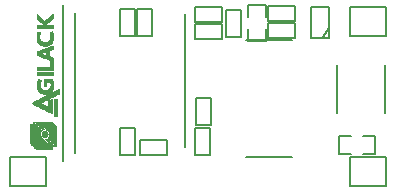
<source format=gto>
G04 (created by PCBNEW (2013-mar-13)-stable) date Tue 09 Jun 2015 10:24:56 AM CEST*
%MOIN*%
G04 Gerber Fmt 3.4, Leading zero omitted, Abs format*
%FSLAX34Y34*%
G01*
G70*
G90*
G04 APERTURE LIST*
%ADD10C,0.005906*%
%ADD11C,0.005000*%
%ADD12C,0.001100*%
G04 APERTURE END LIST*
G54D10*
X61771Y-45238D02*
X60570Y-45238D01*
X60570Y-45238D02*
X60570Y-44289D01*
X60570Y-44289D02*
X61771Y-44289D01*
X61771Y-44289D02*
X61771Y-45238D01*
X49251Y-44289D02*
X50452Y-44289D01*
X50452Y-44289D02*
X50452Y-45238D01*
X50452Y-45238D02*
X49251Y-45238D01*
X49251Y-45238D02*
X49251Y-44289D01*
X55072Y-43946D02*
X55072Y-39517D01*
X51020Y-39231D02*
X51020Y-44408D01*
X51420Y-39487D02*
X51420Y-44152D01*
G54D11*
X55424Y-43204D02*
X55424Y-42304D01*
X55424Y-42304D02*
X55924Y-42304D01*
X55924Y-42304D02*
X55924Y-43204D01*
X55924Y-43204D02*
X55424Y-43204D01*
X55422Y-44216D02*
X55422Y-43316D01*
X55422Y-43316D02*
X55922Y-43316D01*
X55922Y-43316D02*
X55922Y-44216D01*
X55922Y-44216D02*
X55422Y-44216D01*
X57782Y-40034D02*
X57782Y-40434D01*
X57782Y-40434D02*
X57182Y-40434D01*
X57182Y-40434D02*
X57182Y-40034D01*
X57182Y-39634D02*
X57182Y-39234D01*
X57182Y-39234D02*
X57782Y-39234D01*
X57782Y-39234D02*
X57782Y-39634D01*
X60996Y-43584D02*
X61396Y-43584D01*
X61396Y-43584D02*
X61396Y-44184D01*
X61396Y-44184D02*
X60996Y-44184D01*
X60596Y-44184D02*
X60196Y-44184D01*
X60196Y-44184D02*
X60196Y-43584D01*
X60196Y-43584D02*
X60596Y-43584D01*
X58754Y-40330D02*
X57854Y-40330D01*
X57854Y-40330D02*
X57854Y-39830D01*
X57854Y-39830D02*
X58754Y-39830D01*
X58754Y-39830D02*
X58754Y-40330D01*
X58754Y-39760D02*
X57854Y-39760D01*
X57854Y-39760D02*
X57854Y-39260D01*
X57854Y-39260D02*
X58754Y-39260D01*
X58754Y-39260D02*
X58754Y-39760D01*
G54D10*
X58645Y-44278D02*
X57110Y-44278D01*
X58645Y-40381D02*
X57110Y-40381D01*
G54D11*
X59866Y-39998D02*
X59666Y-40298D01*
X59866Y-39298D02*
X59866Y-40323D01*
X59866Y-40323D02*
X59266Y-40323D01*
X59266Y-40323D02*
X59266Y-39298D01*
X59266Y-39298D02*
X59866Y-39298D01*
G54D10*
X61729Y-42803D02*
X61729Y-41228D01*
X60154Y-42803D02*
X60154Y-41228D01*
G54D11*
X55410Y-39290D02*
X56310Y-39290D01*
X56310Y-39290D02*
X56310Y-39790D01*
X56310Y-39790D02*
X55410Y-39790D01*
X55410Y-39790D02*
X55410Y-39290D01*
X55410Y-39864D02*
X56310Y-39864D01*
X56310Y-39864D02*
X56310Y-40364D01*
X56310Y-40364D02*
X55410Y-40364D01*
X55410Y-40364D02*
X55410Y-39864D01*
X56436Y-40284D02*
X56436Y-39384D01*
X56436Y-39384D02*
X56936Y-39384D01*
X56936Y-39384D02*
X56936Y-40284D01*
X56936Y-40284D02*
X56436Y-40284D01*
G54D10*
X60571Y-39289D02*
X61772Y-39289D01*
X61772Y-39289D02*
X61772Y-40238D01*
X61772Y-40238D02*
X60571Y-40238D01*
X60571Y-40238D02*
X60571Y-39289D01*
G54D11*
X52906Y-40254D02*
X52906Y-39354D01*
X52906Y-39354D02*
X53406Y-39354D01*
X53406Y-39354D02*
X53406Y-40254D01*
X53406Y-40254D02*
X52906Y-40254D01*
X53576Y-43722D02*
X54476Y-43722D01*
X54476Y-43722D02*
X54476Y-44222D01*
X54476Y-44222D02*
X53576Y-44222D01*
X53576Y-44222D02*
X53576Y-43722D01*
X53406Y-43322D02*
X53406Y-44222D01*
X53406Y-44222D02*
X52906Y-44222D01*
X52906Y-44222D02*
X52906Y-43322D01*
X52906Y-43322D02*
X53406Y-43322D01*
X53476Y-40254D02*
X53476Y-39354D01*
X53476Y-39354D02*
X53976Y-39354D01*
X53976Y-39354D02*
X53976Y-40254D01*
X53976Y-40254D02*
X53476Y-40254D01*
G54D12*
X49906Y-43822D02*
X49906Y-43172D01*
X49916Y-43832D02*
X49916Y-43172D01*
X49926Y-43842D02*
X49926Y-43172D01*
X49936Y-43852D02*
X49936Y-43172D01*
X49946Y-43862D02*
X49946Y-43172D01*
X49956Y-43872D02*
X49956Y-43172D01*
X49966Y-43882D02*
X49966Y-43172D01*
X49966Y-42492D02*
X49966Y-42482D01*
X49976Y-43892D02*
X49976Y-43772D01*
X49976Y-42502D02*
X49976Y-42472D01*
X49986Y-43902D02*
X49986Y-43782D01*
X49986Y-42502D02*
X49986Y-42472D01*
X49996Y-43912D02*
X49996Y-43792D01*
X49996Y-42512D02*
X49996Y-42462D01*
X50006Y-43922D02*
X50006Y-43802D01*
X50006Y-43772D02*
X50006Y-43112D01*
X50006Y-42512D02*
X50006Y-42462D01*
X50016Y-43932D02*
X50016Y-43812D01*
X50016Y-43782D02*
X50016Y-43112D01*
X50016Y-42522D02*
X50016Y-42452D01*
X50026Y-43942D02*
X50026Y-43822D01*
X50026Y-43792D02*
X50026Y-43132D01*
X50026Y-43122D02*
X50026Y-43112D01*
X50026Y-42522D02*
X50026Y-42452D01*
X50036Y-43952D02*
X50036Y-43832D01*
X50036Y-43802D02*
X50036Y-43142D01*
X50036Y-43122D02*
X50036Y-43112D01*
X50036Y-42532D02*
X50036Y-42442D01*
X50046Y-43962D02*
X50046Y-43842D01*
X50046Y-43812D02*
X50046Y-43152D01*
X50046Y-43122D02*
X50046Y-43112D01*
X50046Y-42532D02*
X50046Y-42442D01*
X50056Y-43972D02*
X50056Y-43852D01*
X50056Y-43822D02*
X50056Y-43162D01*
X50056Y-43122D02*
X50056Y-43112D01*
X50056Y-42542D02*
X50056Y-42432D01*
X50066Y-43982D02*
X50066Y-43862D01*
X50066Y-43832D02*
X50066Y-43172D01*
X50066Y-43122D02*
X50066Y-43112D01*
X50066Y-42542D02*
X50066Y-42432D01*
X50076Y-43992D02*
X50076Y-43872D01*
X50076Y-43842D02*
X50076Y-43182D01*
X50076Y-43122D02*
X50076Y-43112D01*
X50076Y-42552D02*
X50076Y-42422D01*
X50086Y-44002D02*
X50086Y-43882D01*
X50086Y-43852D02*
X50086Y-43192D01*
X50086Y-43122D02*
X50086Y-43112D01*
X50086Y-42552D02*
X50086Y-42422D01*
X50096Y-44012D02*
X50096Y-43892D01*
X50096Y-43862D02*
X50096Y-43202D01*
X50096Y-43142D02*
X50096Y-43112D01*
X50096Y-42562D02*
X50096Y-42412D01*
X50106Y-44022D02*
X50106Y-43902D01*
X50106Y-43872D02*
X50106Y-43212D01*
X50106Y-43142D02*
X50106Y-43112D01*
X50106Y-42562D02*
X50106Y-42412D01*
X50116Y-44022D02*
X50116Y-43902D01*
X50116Y-43882D02*
X50116Y-43222D01*
X50116Y-43162D02*
X50116Y-43112D01*
X50116Y-42572D02*
X50116Y-42402D01*
X50126Y-44022D02*
X50126Y-43912D01*
X50126Y-43892D02*
X50126Y-43232D01*
X50126Y-43172D02*
X50126Y-43112D01*
X50126Y-42572D02*
X50126Y-42402D01*
X50126Y-41552D02*
X50126Y-41452D01*
X50126Y-41382D02*
X50126Y-41282D01*
X50126Y-40882D02*
X50126Y-40772D01*
X50126Y-40372D02*
X50126Y-40192D01*
X50126Y-39972D02*
X50126Y-39872D01*
X50126Y-39662D02*
X50126Y-39522D01*
X50136Y-44022D02*
X50136Y-43932D01*
X50136Y-43902D02*
X50136Y-43242D01*
X50136Y-43182D02*
X50136Y-43112D01*
X50136Y-42582D02*
X50136Y-42392D01*
X50136Y-41972D02*
X50136Y-41802D01*
X50136Y-41552D02*
X50136Y-41452D01*
X50136Y-41382D02*
X50136Y-41282D01*
X50136Y-40892D02*
X50136Y-40772D01*
X50136Y-40402D02*
X50136Y-40152D01*
X50136Y-39972D02*
X50136Y-39872D01*
X50136Y-39672D02*
X50136Y-39532D01*
X50146Y-44022D02*
X50146Y-43932D01*
X50146Y-43912D02*
X50146Y-43252D01*
X50146Y-43192D02*
X50146Y-43112D01*
X50146Y-42582D02*
X50146Y-42392D01*
X50146Y-42012D02*
X50146Y-41772D01*
X50146Y-41552D02*
X50146Y-41452D01*
X50146Y-41382D02*
X50146Y-41282D01*
X50146Y-40892D02*
X50146Y-40762D01*
X50146Y-40422D02*
X50146Y-40132D01*
X50146Y-39972D02*
X50146Y-39872D01*
X50146Y-39682D02*
X50146Y-39542D01*
X50156Y-44022D02*
X50156Y-43942D01*
X50156Y-43922D02*
X50156Y-43262D01*
X50156Y-43202D02*
X50156Y-43112D01*
X50156Y-42592D02*
X50156Y-42382D01*
X50156Y-42032D02*
X50156Y-41742D01*
X50156Y-41552D02*
X50156Y-41452D01*
X50156Y-41382D02*
X50156Y-41282D01*
X50156Y-40892D02*
X50156Y-40762D01*
X50156Y-40442D02*
X50156Y-40112D01*
X50156Y-39972D02*
X50156Y-39872D01*
X50156Y-39692D02*
X50156Y-39552D01*
X50166Y-44022D02*
X50166Y-43952D01*
X50166Y-43922D02*
X50166Y-43272D01*
X50166Y-43212D02*
X50166Y-43132D01*
X50166Y-43122D02*
X50166Y-43112D01*
X50166Y-42592D02*
X50166Y-42382D01*
X50166Y-42052D02*
X50166Y-41722D01*
X50166Y-41552D02*
X50166Y-41452D01*
X50166Y-41382D02*
X50166Y-41282D01*
X50166Y-40902D02*
X50166Y-40762D01*
X50166Y-40462D02*
X50166Y-40112D01*
X50166Y-39972D02*
X50166Y-39872D01*
X50166Y-39702D02*
X50166Y-39562D01*
X50176Y-44022D02*
X50176Y-43952D01*
X50176Y-43922D02*
X50176Y-43282D01*
X50176Y-43222D02*
X50176Y-43142D01*
X50176Y-43122D02*
X50176Y-43112D01*
X50176Y-42602D02*
X50176Y-42372D01*
X50176Y-42062D02*
X50176Y-41702D01*
X50176Y-41552D02*
X50176Y-41452D01*
X50176Y-41382D02*
X50176Y-41282D01*
X50176Y-40902D02*
X50176Y-40752D01*
X50176Y-40472D02*
X50176Y-40112D01*
X50176Y-39972D02*
X50176Y-39872D01*
X50176Y-39712D02*
X50176Y-39572D01*
X50186Y-44022D02*
X50186Y-43952D01*
X50186Y-43922D02*
X50186Y-43292D01*
X50186Y-43232D02*
X50186Y-43152D01*
X50186Y-43122D02*
X50186Y-43112D01*
X50186Y-42602D02*
X50186Y-42372D01*
X50186Y-42082D02*
X50186Y-41692D01*
X50186Y-41552D02*
X50186Y-41452D01*
X50186Y-41382D02*
X50186Y-41282D01*
X50186Y-40902D02*
X50186Y-40752D01*
X50186Y-40492D02*
X50186Y-40122D01*
X50186Y-39972D02*
X50186Y-39872D01*
X50186Y-39722D02*
X50186Y-39582D01*
X50196Y-44022D02*
X50196Y-43952D01*
X50196Y-43922D02*
X50196Y-43302D01*
X50196Y-43242D02*
X50196Y-43162D01*
X50196Y-43122D02*
X50196Y-43112D01*
X50196Y-42612D02*
X50196Y-42362D01*
X50196Y-42092D02*
X50196Y-41692D01*
X50196Y-41552D02*
X50196Y-41452D01*
X50196Y-41382D02*
X50196Y-41282D01*
X50196Y-40912D02*
X50196Y-40742D01*
X50196Y-40502D02*
X50196Y-40122D01*
X50196Y-39972D02*
X50196Y-39872D01*
X50196Y-39722D02*
X50196Y-39592D01*
X50206Y-44022D02*
X50206Y-43952D01*
X50206Y-43922D02*
X50206Y-43312D01*
X50206Y-43252D02*
X50206Y-43172D01*
X50206Y-43122D02*
X50206Y-43112D01*
X50206Y-42612D02*
X50206Y-42362D01*
X50206Y-42102D02*
X50206Y-41692D01*
X50206Y-41552D02*
X50206Y-41452D01*
X50206Y-41382D02*
X50206Y-41282D01*
X50206Y-40912D02*
X50206Y-40742D01*
X50206Y-40512D02*
X50206Y-40132D01*
X50206Y-39972D02*
X50206Y-39872D01*
X50206Y-39732D02*
X50206Y-39602D01*
X50216Y-44022D02*
X50216Y-43952D01*
X50216Y-43922D02*
X50216Y-43322D01*
X50216Y-43262D02*
X50216Y-43182D01*
X50216Y-43132D02*
X50216Y-43112D01*
X50216Y-42622D02*
X50216Y-42352D01*
X50216Y-42112D02*
X50216Y-41702D01*
X50216Y-41552D02*
X50216Y-41452D01*
X50216Y-41382D02*
X50216Y-41282D01*
X50216Y-40912D02*
X50216Y-40742D01*
X50216Y-40512D02*
X50216Y-40132D01*
X50216Y-39972D02*
X50216Y-39872D01*
X50216Y-39742D02*
X50216Y-39612D01*
X50226Y-44022D02*
X50226Y-43952D01*
X50226Y-43922D02*
X50226Y-43332D01*
X50226Y-43272D02*
X50226Y-43192D01*
X50226Y-43142D02*
X50226Y-43112D01*
X50226Y-42622D02*
X50226Y-42352D01*
X50226Y-42122D02*
X50226Y-41712D01*
X50226Y-41552D02*
X50226Y-41452D01*
X50226Y-41382D02*
X50226Y-41282D01*
X50226Y-40922D02*
X50226Y-40732D01*
X50226Y-40522D02*
X50226Y-40342D01*
X50226Y-40202D02*
X50226Y-40132D01*
X50226Y-39972D02*
X50226Y-39872D01*
X50226Y-39752D02*
X50226Y-39622D01*
X50236Y-44022D02*
X50236Y-43952D01*
X50236Y-43922D02*
X50236Y-43342D01*
X50236Y-43282D02*
X50236Y-43202D01*
X50236Y-43152D02*
X50236Y-43112D01*
X50236Y-42632D02*
X50236Y-42492D01*
X50236Y-42482D02*
X50236Y-42342D01*
X50236Y-42122D02*
X50236Y-41942D01*
X50236Y-41822D02*
X50236Y-41712D01*
X50236Y-41552D02*
X50236Y-41452D01*
X50236Y-41382D02*
X50236Y-41282D01*
X50236Y-40922D02*
X50236Y-40732D01*
X50236Y-40532D02*
X50236Y-40362D01*
X50236Y-40172D02*
X50236Y-40142D01*
X50236Y-39972D02*
X50236Y-39872D01*
X50236Y-39762D02*
X50236Y-39632D01*
X50246Y-44022D02*
X50246Y-43952D01*
X50246Y-43922D02*
X50246Y-43562D01*
X50246Y-43482D02*
X50246Y-43352D01*
X50246Y-43292D02*
X50246Y-43212D01*
X50246Y-43162D02*
X50246Y-43112D01*
X50246Y-42632D02*
X50246Y-42492D01*
X50246Y-42482D02*
X50246Y-42342D01*
X50246Y-42132D02*
X50246Y-41972D01*
X50246Y-41782D02*
X50246Y-41722D01*
X50246Y-41552D02*
X50246Y-41452D01*
X50246Y-41382D02*
X50246Y-41282D01*
X50246Y-40932D02*
X50246Y-40732D01*
X50246Y-40542D02*
X50246Y-40382D01*
X50246Y-39972D02*
X50246Y-39872D01*
X50246Y-39772D02*
X50246Y-39632D01*
X50256Y-44022D02*
X50256Y-43952D01*
X50256Y-43922D02*
X50256Y-43592D01*
X50256Y-43452D02*
X50256Y-43362D01*
X50256Y-43302D02*
X50256Y-43222D01*
X50256Y-43172D02*
X50256Y-43112D01*
X50256Y-42642D02*
X50256Y-42502D01*
X50256Y-42472D02*
X50256Y-42332D01*
X50256Y-42142D02*
X50256Y-41982D01*
X50256Y-41762D02*
X50256Y-41722D01*
X50256Y-41552D02*
X50256Y-41452D01*
X50256Y-41382D02*
X50256Y-41282D01*
X50256Y-40932D02*
X50256Y-40722D01*
X50256Y-40542D02*
X50256Y-40402D01*
X50256Y-39972D02*
X50256Y-39872D01*
X50256Y-39782D02*
X50256Y-39642D01*
X50266Y-44022D02*
X50266Y-43952D01*
X50266Y-43922D02*
X50266Y-43602D01*
X50266Y-43432D02*
X50266Y-43372D01*
X50266Y-43312D02*
X50266Y-43232D01*
X50266Y-43182D02*
X50266Y-43112D01*
X50266Y-42642D02*
X50266Y-42502D01*
X50266Y-42472D02*
X50266Y-42332D01*
X50266Y-42142D02*
X50266Y-42002D01*
X50266Y-41742D02*
X50266Y-41732D01*
X50266Y-41552D02*
X50266Y-41452D01*
X50266Y-41382D02*
X50266Y-41282D01*
X50266Y-40932D02*
X50266Y-40832D01*
X50266Y-40822D02*
X50266Y-40722D01*
X50266Y-40552D02*
X50266Y-40412D01*
X50266Y-39972D02*
X50266Y-39872D01*
X50266Y-39792D02*
X50266Y-39652D01*
X50276Y-44022D02*
X50276Y-43952D01*
X50276Y-43922D02*
X50276Y-43622D01*
X50276Y-43422D02*
X50276Y-43382D01*
X50276Y-43322D02*
X50276Y-43242D01*
X50276Y-43192D02*
X50276Y-43112D01*
X50276Y-42652D02*
X50276Y-42512D01*
X50276Y-42462D02*
X50276Y-42322D01*
X50276Y-42152D02*
X50276Y-42012D01*
X50276Y-41552D02*
X50276Y-41452D01*
X50276Y-41382D02*
X50276Y-41282D01*
X50276Y-40942D02*
X50276Y-40842D01*
X50276Y-40822D02*
X50276Y-40712D01*
X50276Y-40552D02*
X50276Y-40422D01*
X50276Y-39972D02*
X50276Y-39872D01*
X50276Y-39792D02*
X50276Y-39662D01*
X50286Y-44022D02*
X50286Y-43952D01*
X50286Y-43922D02*
X50286Y-43632D01*
X50286Y-43412D02*
X50286Y-43392D01*
X50286Y-43332D02*
X50286Y-43252D01*
X50286Y-43202D02*
X50286Y-43112D01*
X50286Y-42652D02*
X50286Y-42512D01*
X50286Y-42462D02*
X50286Y-42322D01*
X50286Y-42152D02*
X50286Y-42022D01*
X50286Y-41552D02*
X50286Y-41452D01*
X50286Y-41382D02*
X50286Y-41282D01*
X50286Y-40942D02*
X50286Y-40842D01*
X50286Y-40822D02*
X50286Y-40712D01*
X50286Y-40562D02*
X50286Y-40432D01*
X50286Y-39972D02*
X50286Y-39872D01*
X50286Y-39802D02*
X50286Y-39672D01*
X50296Y-44022D02*
X50296Y-43952D01*
X50296Y-43922D02*
X50296Y-43642D01*
X50296Y-43552D02*
X50296Y-43482D01*
X50296Y-43402D02*
X50296Y-43392D01*
X50296Y-43342D02*
X50296Y-43262D01*
X50296Y-43212D02*
X50296Y-43112D01*
X50296Y-42662D02*
X50296Y-42512D01*
X50296Y-42452D02*
X50296Y-42312D01*
X50296Y-42162D02*
X50296Y-42032D01*
X50296Y-41552D02*
X50296Y-41452D01*
X50296Y-41382D02*
X50296Y-41282D01*
X50296Y-40942D02*
X50296Y-40842D01*
X50296Y-40812D02*
X50296Y-40712D01*
X50296Y-40562D02*
X50296Y-40432D01*
X50296Y-39972D02*
X50296Y-39872D01*
X50296Y-39812D02*
X50296Y-39682D01*
X50306Y-44022D02*
X50306Y-43952D01*
X50306Y-43922D02*
X50306Y-43652D01*
X50306Y-43572D02*
X50306Y-43462D01*
X50306Y-43352D02*
X50306Y-43272D01*
X50306Y-43222D02*
X50306Y-43112D01*
X50306Y-42662D02*
X50306Y-42522D01*
X50306Y-42452D02*
X50306Y-42312D01*
X50306Y-42162D02*
X50306Y-42042D01*
X50306Y-41552D02*
X50306Y-41452D01*
X50306Y-41382D02*
X50306Y-41282D01*
X50306Y-40952D02*
X50306Y-40852D01*
X50306Y-40812D02*
X50306Y-40702D01*
X50306Y-40562D02*
X50306Y-40442D01*
X50306Y-39972D02*
X50306Y-39872D01*
X50306Y-39822D02*
X50306Y-39692D01*
X50316Y-44022D02*
X50316Y-43952D01*
X50316Y-43922D02*
X50316Y-43662D01*
X50316Y-43582D02*
X50316Y-43452D01*
X50316Y-43362D02*
X50316Y-43282D01*
X50316Y-43232D02*
X50316Y-43112D01*
X50316Y-42672D02*
X50316Y-42522D01*
X50316Y-42442D02*
X50316Y-42302D01*
X50316Y-42162D02*
X50316Y-42042D01*
X50316Y-41552D02*
X50316Y-41452D01*
X50316Y-41382D02*
X50316Y-41282D01*
X50316Y-40952D02*
X50316Y-40852D01*
X50316Y-40812D02*
X50316Y-40702D01*
X50316Y-40562D02*
X50316Y-40442D01*
X50316Y-39972D02*
X50316Y-39872D01*
X50316Y-39832D02*
X50316Y-39702D01*
X50326Y-44022D02*
X50326Y-43952D01*
X50326Y-43922D02*
X50326Y-43672D01*
X50326Y-43592D02*
X50326Y-43442D01*
X50326Y-43362D02*
X50326Y-43292D01*
X50326Y-43242D02*
X50326Y-43112D01*
X50326Y-42672D02*
X50326Y-42532D01*
X50326Y-42442D02*
X50326Y-42292D01*
X50326Y-42162D02*
X50326Y-42052D01*
X50326Y-41552D02*
X50326Y-41452D01*
X50326Y-41382D02*
X50326Y-41282D01*
X50326Y-40962D02*
X50326Y-40852D01*
X50326Y-40802D02*
X50326Y-40702D01*
X50326Y-40572D02*
X50326Y-40452D01*
X50326Y-39972D02*
X50326Y-39872D01*
X50326Y-39842D02*
X50326Y-39712D01*
X50336Y-44022D02*
X50336Y-43952D01*
X50336Y-43922D02*
X50336Y-43682D01*
X50336Y-43602D02*
X50336Y-43432D01*
X50336Y-43362D02*
X50336Y-43302D01*
X50336Y-43252D02*
X50336Y-43112D01*
X50336Y-42682D02*
X50336Y-42532D01*
X50336Y-42432D02*
X50336Y-42292D01*
X50336Y-42172D02*
X50336Y-42052D01*
X50336Y-41552D02*
X50336Y-41452D01*
X50336Y-41382D02*
X50336Y-41282D01*
X50336Y-40962D02*
X50336Y-40862D01*
X50336Y-40802D02*
X50336Y-40692D01*
X50336Y-40572D02*
X50336Y-40452D01*
X50336Y-39972D02*
X50336Y-39872D01*
X50336Y-39852D02*
X50336Y-39722D01*
X50346Y-44022D02*
X50346Y-43952D01*
X50346Y-43922D02*
X50346Y-43692D01*
X50346Y-43602D02*
X50346Y-43432D01*
X50346Y-43362D02*
X50346Y-43322D01*
X50346Y-43262D02*
X50346Y-43112D01*
X50346Y-42682D02*
X50346Y-42542D01*
X50346Y-42432D02*
X50346Y-42282D01*
X50346Y-42172D02*
X50346Y-42052D01*
X50346Y-41552D02*
X50346Y-41452D01*
X50346Y-41382D02*
X50346Y-41282D01*
X50346Y-40962D02*
X50346Y-40862D01*
X50346Y-40802D02*
X50346Y-40692D01*
X50346Y-40572D02*
X50346Y-40462D01*
X50346Y-39972D02*
X50346Y-39872D01*
X50346Y-39862D02*
X50346Y-39732D01*
X50356Y-44022D02*
X50356Y-43952D01*
X50356Y-43922D02*
X50356Y-43702D01*
X50356Y-43612D02*
X50356Y-43432D01*
X50356Y-43362D02*
X50356Y-43332D01*
X50356Y-43272D02*
X50356Y-43112D01*
X50356Y-42692D02*
X50356Y-42542D01*
X50356Y-42422D02*
X50356Y-42282D01*
X50356Y-42172D02*
X50356Y-42062D01*
X50356Y-41552D02*
X50356Y-41452D01*
X50356Y-41382D02*
X50356Y-41282D01*
X50356Y-40972D02*
X50356Y-40862D01*
X50356Y-40792D02*
X50356Y-40692D01*
X50356Y-40572D02*
X50356Y-40462D01*
X50356Y-39972D02*
X50356Y-39872D01*
X50356Y-39862D02*
X50356Y-39742D01*
X50366Y-44022D02*
X50366Y-43952D01*
X50366Y-43922D02*
X50366Y-43712D01*
X50366Y-43612D02*
X50366Y-43422D01*
X50366Y-43362D02*
X50366Y-43342D01*
X50366Y-43282D02*
X50366Y-43112D01*
X50366Y-42692D02*
X50366Y-42552D01*
X50366Y-42422D02*
X50366Y-42272D01*
X50366Y-42172D02*
X50366Y-42062D01*
X50366Y-41552D02*
X50366Y-41452D01*
X50366Y-41382D02*
X50366Y-41282D01*
X50366Y-40972D02*
X50366Y-40872D01*
X50366Y-40792D02*
X50366Y-40682D01*
X50366Y-40572D02*
X50366Y-40462D01*
X50366Y-39972D02*
X50366Y-39752D01*
X50376Y-44022D02*
X50376Y-43952D01*
X50376Y-43922D02*
X50376Y-43722D01*
X50376Y-43612D02*
X50376Y-43422D01*
X50376Y-43362D02*
X50376Y-43352D01*
X50376Y-43292D02*
X50376Y-43112D01*
X50376Y-42702D02*
X50376Y-42552D01*
X50376Y-42412D02*
X50376Y-42272D01*
X50376Y-42172D02*
X50376Y-42062D01*
X50376Y-41922D02*
X50376Y-41672D01*
X50376Y-41552D02*
X50376Y-41452D01*
X50376Y-41382D02*
X50376Y-41282D01*
X50376Y-40972D02*
X50376Y-40872D01*
X50376Y-40792D02*
X50376Y-40682D01*
X50376Y-40572D02*
X50376Y-40462D01*
X50376Y-39972D02*
X50376Y-39762D01*
X50386Y-44022D02*
X50386Y-43952D01*
X50386Y-43922D02*
X50386Y-43732D01*
X50386Y-43612D02*
X50386Y-43422D01*
X50386Y-43302D02*
X50386Y-43112D01*
X50386Y-42702D02*
X50386Y-42562D01*
X50386Y-42412D02*
X50386Y-42262D01*
X50386Y-42172D02*
X50386Y-42062D01*
X50386Y-41922D02*
X50386Y-41672D01*
X50386Y-41552D02*
X50386Y-41452D01*
X50386Y-41382D02*
X50386Y-41282D01*
X50386Y-40982D02*
X50386Y-40872D01*
X50386Y-40782D02*
X50386Y-40672D01*
X50386Y-40572D02*
X50386Y-40462D01*
X50386Y-39972D02*
X50386Y-39762D01*
X50396Y-44022D02*
X50396Y-43952D01*
X50396Y-43922D02*
X50396Y-43742D01*
X50396Y-43612D02*
X50396Y-43422D01*
X50396Y-43312D02*
X50396Y-43112D01*
X50396Y-42712D02*
X50396Y-42562D01*
X50396Y-42402D02*
X50396Y-42262D01*
X50396Y-42172D02*
X50396Y-42062D01*
X50396Y-41922D02*
X50396Y-41672D01*
X50396Y-41552D02*
X50396Y-41452D01*
X50396Y-41382D02*
X50396Y-41282D01*
X50396Y-40982D02*
X50396Y-40882D01*
X50396Y-40782D02*
X50396Y-40672D01*
X50396Y-40572D02*
X50396Y-40462D01*
X50396Y-39972D02*
X50396Y-39752D01*
X50406Y-44022D02*
X50406Y-43952D01*
X50406Y-43922D02*
X50406Y-43752D01*
X50406Y-43682D02*
X50406Y-43672D01*
X50406Y-43612D02*
X50406Y-43422D01*
X50406Y-43322D02*
X50406Y-43112D01*
X50406Y-42712D02*
X50406Y-42572D01*
X50406Y-42402D02*
X50406Y-42252D01*
X50406Y-42172D02*
X50406Y-42062D01*
X50406Y-41922D02*
X50406Y-41672D01*
X50406Y-41552D02*
X50406Y-41452D01*
X50406Y-41382D02*
X50406Y-41282D01*
X50406Y-40982D02*
X50406Y-40882D01*
X50406Y-40782D02*
X50406Y-40672D01*
X50406Y-40572D02*
X50406Y-40462D01*
X50406Y-39972D02*
X50406Y-39742D01*
X50416Y-44022D02*
X50416Y-43952D01*
X50416Y-43922D02*
X50416Y-43762D01*
X50416Y-43692D02*
X50416Y-43672D01*
X50416Y-43612D02*
X50416Y-43422D01*
X50416Y-43332D02*
X50416Y-43112D01*
X50416Y-42722D02*
X50416Y-42572D01*
X50416Y-42392D02*
X50416Y-42252D01*
X50416Y-42172D02*
X50416Y-42062D01*
X50416Y-41922D02*
X50416Y-41672D01*
X50416Y-41552D02*
X50416Y-41452D01*
X50416Y-41382D02*
X50416Y-41282D01*
X50416Y-40992D02*
X50416Y-40882D01*
X50416Y-40772D02*
X50416Y-40662D01*
X50416Y-40572D02*
X50416Y-40462D01*
X50416Y-39972D02*
X50416Y-39732D01*
X50426Y-44022D02*
X50426Y-43952D01*
X50426Y-43922D02*
X50426Y-43772D01*
X50426Y-43702D02*
X50426Y-43672D01*
X50426Y-43612D02*
X50426Y-43422D01*
X50426Y-43342D02*
X50426Y-43112D01*
X50426Y-42722D02*
X50426Y-42572D01*
X50426Y-42392D02*
X50426Y-42242D01*
X50426Y-42172D02*
X50426Y-42062D01*
X50426Y-41922D02*
X50426Y-41672D01*
X50426Y-41552D02*
X50426Y-41452D01*
X50426Y-41382D02*
X50426Y-41282D01*
X50426Y-40992D02*
X50426Y-40892D01*
X50426Y-40772D02*
X50426Y-40662D01*
X50426Y-40572D02*
X50426Y-40462D01*
X50426Y-39972D02*
X50426Y-39872D01*
X50426Y-39862D02*
X50426Y-39732D01*
X50436Y-44022D02*
X50436Y-43952D01*
X50436Y-43922D02*
X50436Y-43782D01*
X50436Y-43712D02*
X50436Y-43672D01*
X50436Y-43612D02*
X50436Y-43432D01*
X50436Y-43352D02*
X50436Y-43112D01*
X50436Y-42732D02*
X50436Y-42582D01*
X50436Y-42382D02*
X50436Y-42242D01*
X50436Y-42172D02*
X50436Y-42062D01*
X50436Y-41922D02*
X50436Y-41672D01*
X50436Y-41552D02*
X50436Y-41452D01*
X50436Y-41382D02*
X50436Y-41282D01*
X50436Y-41002D02*
X50436Y-40892D01*
X50436Y-40772D02*
X50436Y-40662D01*
X50436Y-40572D02*
X50436Y-40462D01*
X50436Y-39972D02*
X50436Y-39872D01*
X50436Y-39852D02*
X50436Y-39722D01*
X50446Y-44022D02*
X50446Y-43952D01*
X50446Y-43922D02*
X50446Y-43792D01*
X50446Y-43722D02*
X50446Y-43672D01*
X50446Y-43602D02*
X50446Y-43432D01*
X50446Y-43362D02*
X50446Y-43112D01*
X50446Y-42732D02*
X50446Y-42582D01*
X50446Y-42382D02*
X50446Y-42232D01*
X50446Y-42172D02*
X50446Y-42062D01*
X50446Y-41922D02*
X50446Y-41672D01*
X50446Y-41552D02*
X50446Y-41452D01*
X50446Y-41382D02*
X50446Y-41282D01*
X50446Y-41002D02*
X50446Y-40652D01*
X50446Y-40572D02*
X50446Y-40462D01*
X50446Y-39972D02*
X50446Y-39872D01*
X50446Y-39842D02*
X50446Y-39712D01*
X50456Y-44022D02*
X50456Y-43952D01*
X50456Y-43922D02*
X50456Y-43802D01*
X50456Y-43732D02*
X50456Y-43672D01*
X50456Y-43602D02*
X50456Y-43442D01*
X50456Y-43372D02*
X50456Y-43112D01*
X50456Y-42742D02*
X50456Y-42592D01*
X50456Y-42372D02*
X50456Y-42232D01*
X50456Y-42172D02*
X50456Y-42062D01*
X50456Y-41922D02*
X50456Y-41672D01*
X50456Y-41552D02*
X50456Y-41452D01*
X50456Y-41382D02*
X50456Y-41282D01*
X50456Y-41002D02*
X50456Y-40652D01*
X50456Y-40572D02*
X50456Y-40452D01*
X50456Y-39972D02*
X50456Y-39872D01*
X50456Y-39832D02*
X50456Y-39702D01*
X50466Y-44022D02*
X50466Y-43952D01*
X50466Y-43922D02*
X50466Y-43812D01*
X50466Y-43742D02*
X50466Y-43672D01*
X50466Y-43592D02*
X50466Y-43442D01*
X50466Y-43382D02*
X50466Y-43112D01*
X50466Y-42742D02*
X50466Y-42592D01*
X50466Y-42372D02*
X50466Y-42222D01*
X50466Y-42172D02*
X50466Y-42052D01*
X50466Y-41772D02*
X50466Y-41672D01*
X50466Y-41552D02*
X50466Y-41452D01*
X50466Y-41382D02*
X50466Y-41282D01*
X50466Y-41012D02*
X50466Y-40652D01*
X50466Y-40572D02*
X50466Y-40452D01*
X50466Y-39972D02*
X50466Y-39872D01*
X50466Y-39832D02*
X50466Y-39692D01*
X50476Y-44022D02*
X50476Y-43952D01*
X50476Y-43922D02*
X50476Y-43822D01*
X50476Y-43752D02*
X50476Y-43682D01*
X50476Y-43582D02*
X50476Y-43462D01*
X50476Y-43392D02*
X50476Y-43112D01*
X50476Y-42752D02*
X50476Y-42602D01*
X50476Y-42362D02*
X50476Y-42222D01*
X50476Y-42172D02*
X50476Y-42052D01*
X50476Y-41772D02*
X50476Y-41672D01*
X50476Y-41552D02*
X50476Y-41452D01*
X50476Y-41382D02*
X50476Y-41282D01*
X50476Y-41012D02*
X50476Y-40642D01*
X50476Y-40572D02*
X50476Y-40452D01*
X50476Y-39972D02*
X50476Y-39872D01*
X50476Y-39822D02*
X50476Y-39682D01*
X50486Y-44022D02*
X50486Y-43952D01*
X50486Y-43922D02*
X50486Y-43832D01*
X50486Y-43762D02*
X50486Y-43692D01*
X50486Y-43562D02*
X50486Y-43472D01*
X50486Y-43402D02*
X50486Y-43112D01*
X50486Y-42752D02*
X50486Y-42602D01*
X50486Y-42362D02*
X50486Y-42212D01*
X50486Y-42162D02*
X50486Y-42052D01*
X50486Y-41772D02*
X50486Y-41672D01*
X50486Y-41552D02*
X50486Y-41452D01*
X50486Y-41382D02*
X50486Y-41282D01*
X50486Y-41012D02*
X50486Y-40642D01*
X50486Y-40562D02*
X50486Y-40442D01*
X50486Y-39972D02*
X50486Y-39872D01*
X50486Y-39812D02*
X50486Y-39672D01*
X50496Y-44022D02*
X50496Y-43952D01*
X50496Y-43922D02*
X50496Y-43832D01*
X50496Y-43772D02*
X50496Y-43702D01*
X50496Y-43642D02*
X50496Y-43632D01*
X50496Y-43532D02*
X50496Y-43512D01*
X50496Y-43402D02*
X50496Y-43112D01*
X50496Y-42762D02*
X50496Y-42612D01*
X50496Y-42352D02*
X50496Y-42212D01*
X50496Y-42162D02*
X50496Y-42042D01*
X50496Y-41772D02*
X50496Y-41672D01*
X50496Y-41552D02*
X50496Y-41452D01*
X50496Y-41382D02*
X50496Y-41282D01*
X50496Y-41022D02*
X50496Y-40632D01*
X50496Y-40562D02*
X50496Y-40442D01*
X50496Y-39972D02*
X50496Y-39872D01*
X50496Y-39802D02*
X50496Y-39662D01*
X50506Y-44022D02*
X50506Y-43952D01*
X50506Y-43922D02*
X50506Y-43842D01*
X50506Y-43782D02*
X50506Y-43712D01*
X50506Y-43652D02*
X50506Y-43622D01*
X50506Y-43412D02*
X50506Y-43112D01*
X50506Y-42762D02*
X50506Y-42612D01*
X50506Y-42352D02*
X50506Y-42202D01*
X50506Y-42162D02*
X50506Y-42032D01*
X50506Y-41772D02*
X50506Y-41672D01*
X50506Y-41552D02*
X50506Y-41452D01*
X50506Y-41382D02*
X50506Y-41282D01*
X50506Y-41022D02*
X50506Y-40632D01*
X50506Y-40562D02*
X50506Y-40432D01*
X50506Y-39972D02*
X50506Y-39872D01*
X50506Y-39792D02*
X50506Y-39652D01*
X50516Y-44022D02*
X50516Y-43952D01*
X50516Y-43922D02*
X50516Y-43852D01*
X50516Y-43792D02*
X50516Y-43722D01*
X50516Y-43662D02*
X50516Y-43612D01*
X50516Y-43432D02*
X50516Y-43112D01*
X50516Y-42772D02*
X50516Y-42402D01*
X50516Y-42342D02*
X50516Y-42202D01*
X50516Y-42162D02*
X50516Y-42032D01*
X50516Y-41772D02*
X50516Y-41672D01*
X50516Y-41552D02*
X50516Y-41452D01*
X50516Y-41382D02*
X50516Y-41282D01*
X50516Y-41022D02*
X50516Y-40632D01*
X50516Y-40552D02*
X50516Y-40422D01*
X50516Y-39972D02*
X50516Y-39872D01*
X50516Y-39782D02*
X50516Y-39642D01*
X50526Y-44022D02*
X50526Y-43952D01*
X50526Y-43922D02*
X50526Y-43862D01*
X50526Y-43802D02*
X50526Y-43732D01*
X50526Y-43672D02*
X50526Y-43602D01*
X50526Y-43442D02*
X50526Y-43112D01*
X50526Y-42772D02*
X50526Y-42402D01*
X50526Y-42342D02*
X50526Y-42192D01*
X50526Y-42152D02*
X50526Y-42022D01*
X50526Y-41772D02*
X50526Y-41672D01*
X50526Y-41552D02*
X50526Y-41452D01*
X50526Y-41382D02*
X50526Y-41282D01*
X50526Y-41032D02*
X50526Y-40622D01*
X50526Y-40552D02*
X50526Y-40412D01*
X50526Y-39972D02*
X50526Y-39872D01*
X50526Y-39772D02*
X50526Y-39642D01*
X50536Y-44022D02*
X50536Y-43952D01*
X50536Y-43922D02*
X50536Y-43872D01*
X50536Y-43812D02*
X50536Y-43742D01*
X50536Y-43682D02*
X50536Y-43572D01*
X50536Y-43462D02*
X50536Y-43112D01*
X50536Y-42782D02*
X50536Y-42392D01*
X50536Y-42332D02*
X50536Y-42192D01*
X50536Y-42152D02*
X50536Y-42012D01*
X50536Y-41772D02*
X50536Y-41672D01*
X50536Y-41552D02*
X50536Y-41452D01*
X50536Y-41382D02*
X50536Y-41282D01*
X50536Y-41032D02*
X50536Y-40922D01*
X50536Y-40732D02*
X50536Y-40622D01*
X50536Y-40552D02*
X50536Y-40402D01*
X50536Y-39972D02*
X50536Y-39872D01*
X50536Y-39772D02*
X50536Y-39632D01*
X50546Y-44022D02*
X50546Y-43952D01*
X50546Y-43922D02*
X50546Y-43882D01*
X50546Y-43822D02*
X50546Y-43752D01*
X50546Y-43692D02*
X50546Y-43542D01*
X50546Y-43502D02*
X50546Y-43112D01*
X50546Y-42782D02*
X50546Y-42392D01*
X50546Y-42332D02*
X50546Y-42182D01*
X50546Y-42142D02*
X50546Y-42002D01*
X50546Y-41772D02*
X50546Y-41672D01*
X50546Y-41552D02*
X50546Y-41452D01*
X50546Y-41382D02*
X50546Y-41282D01*
X50546Y-41042D02*
X50546Y-40932D01*
X50546Y-40732D02*
X50546Y-40622D01*
X50546Y-40542D02*
X50546Y-40392D01*
X50546Y-39972D02*
X50546Y-39872D01*
X50546Y-39762D02*
X50546Y-39622D01*
X50556Y-44022D02*
X50556Y-43952D01*
X50556Y-43922D02*
X50556Y-43892D01*
X50556Y-43832D02*
X50556Y-43762D01*
X50556Y-43702D02*
X50556Y-43112D01*
X50556Y-42792D02*
X50556Y-42382D01*
X50556Y-42322D02*
X50556Y-42182D01*
X50556Y-42142D02*
X50556Y-41992D01*
X50556Y-41772D02*
X50556Y-41672D01*
X50556Y-41552D02*
X50556Y-41452D01*
X50556Y-41382D02*
X50556Y-41282D01*
X50556Y-41042D02*
X50556Y-40932D01*
X50556Y-40732D02*
X50556Y-40612D01*
X50556Y-40532D02*
X50556Y-40382D01*
X50556Y-39972D02*
X50556Y-39872D01*
X50556Y-39752D02*
X50556Y-39612D01*
X50566Y-44022D02*
X50566Y-43952D01*
X50566Y-43922D02*
X50566Y-43902D01*
X50566Y-43842D02*
X50566Y-43772D01*
X50566Y-43712D02*
X50566Y-43112D01*
X50566Y-42792D02*
X50566Y-42382D01*
X50566Y-42322D02*
X50566Y-42172D01*
X50566Y-42132D02*
X50566Y-41982D01*
X50566Y-41782D02*
X50566Y-41672D01*
X50566Y-41552D02*
X50566Y-41452D01*
X50566Y-41382D02*
X50566Y-41282D01*
X50566Y-41042D02*
X50566Y-40932D01*
X50566Y-40722D02*
X50566Y-40612D01*
X50566Y-40532D02*
X50566Y-40362D01*
X50566Y-40172D02*
X50566Y-40132D01*
X50566Y-39972D02*
X50566Y-39872D01*
X50566Y-39742D02*
X50566Y-39602D01*
X50576Y-44022D02*
X50576Y-43952D01*
X50576Y-43922D02*
X50576Y-43912D01*
X50576Y-43852D02*
X50576Y-43782D01*
X50576Y-43722D02*
X50576Y-43112D01*
X50576Y-42802D02*
X50576Y-42372D01*
X50576Y-42312D02*
X50576Y-42172D01*
X50576Y-42132D02*
X50576Y-41962D01*
X50576Y-41792D02*
X50576Y-41672D01*
X50576Y-41552D02*
X50576Y-41452D01*
X50576Y-41382D02*
X50576Y-41282D01*
X50576Y-41052D02*
X50576Y-40942D01*
X50576Y-40722D02*
X50576Y-40602D01*
X50576Y-40522D02*
X50576Y-40332D01*
X50576Y-40202D02*
X50576Y-40132D01*
X50576Y-39972D02*
X50576Y-39872D01*
X50576Y-39732D02*
X50576Y-39592D01*
X50586Y-44022D02*
X50586Y-43952D01*
X50586Y-43922D02*
X50586Y-43912D01*
X50586Y-43862D02*
X50586Y-43792D01*
X50586Y-43732D02*
X50586Y-43112D01*
X50586Y-42802D02*
X50586Y-42372D01*
X50586Y-42312D02*
X50586Y-42162D01*
X50586Y-42122D02*
X50586Y-41932D01*
X50586Y-41822D02*
X50586Y-41672D01*
X50586Y-41552D02*
X50586Y-41452D01*
X50586Y-41382D02*
X50586Y-40942D01*
X50586Y-40722D02*
X50586Y-40602D01*
X50586Y-40512D02*
X50586Y-40122D01*
X50586Y-39972D02*
X50586Y-39872D01*
X50586Y-39722D02*
X50586Y-39582D01*
X50596Y-44022D02*
X50596Y-43952D01*
X50596Y-43922D02*
X50596Y-43912D01*
X50596Y-43872D02*
X50596Y-43802D01*
X50596Y-43742D02*
X50596Y-43112D01*
X50596Y-42812D02*
X50596Y-42362D01*
X50596Y-42302D02*
X50596Y-42162D01*
X50596Y-42112D02*
X50596Y-41672D01*
X50596Y-41552D02*
X50596Y-41452D01*
X50596Y-41382D02*
X50596Y-40952D01*
X50596Y-40712D02*
X50596Y-40602D01*
X50596Y-40512D02*
X50596Y-40122D01*
X50596Y-39972D02*
X50596Y-39872D01*
X50596Y-39712D02*
X50596Y-39572D01*
X50606Y-44022D02*
X50606Y-43952D01*
X50606Y-43922D02*
X50606Y-43912D01*
X50606Y-43882D02*
X50606Y-43812D01*
X50606Y-43752D02*
X50606Y-43112D01*
X50606Y-42812D02*
X50606Y-42362D01*
X50606Y-42302D02*
X50606Y-42152D01*
X50606Y-42102D02*
X50606Y-41672D01*
X50606Y-41552D02*
X50606Y-41452D01*
X50606Y-41382D02*
X50606Y-40952D01*
X50606Y-40712D02*
X50606Y-40592D01*
X50606Y-40502D02*
X50606Y-40112D01*
X50606Y-39972D02*
X50606Y-39872D01*
X50606Y-39702D02*
X50606Y-39562D01*
X50616Y-44022D02*
X50616Y-43952D01*
X50616Y-43922D02*
X50616Y-43912D01*
X50616Y-43892D02*
X50616Y-43822D01*
X50616Y-43762D02*
X50616Y-43112D01*
X50616Y-42822D02*
X50616Y-42352D01*
X50616Y-42292D02*
X50616Y-42152D01*
X50616Y-42092D02*
X50616Y-41672D01*
X50616Y-41552D02*
X50616Y-41452D01*
X50616Y-41382D02*
X50616Y-40952D01*
X50616Y-40702D02*
X50616Y-40592D01*
X50616Y-40492D02*
X50616Y-40112D01*
X50616Y-39972D02*
X50616Y-39872D01*
X50616Y-39702D02*
X50616Y-39552D01*
X50626Y-44022D02*
X50626Y-43962D01*
X50626Y-43922D02*
X50626Y-43912D01*
X50626Y-43902D02*
X50626Y-43832D01*
X50626Y-43772D02*
X50626Y-43112D01*
X50626Y-42822D02*
X50626Y-42352D01*
X50626Y-42292D02*
X50626Y-42142D01*
X50626Y-42092D02*
X50626Y-41682D01*
X50626Y-41552D02*
X50626Y-41452D01*
X50626Y-41382D02*
X50626Y-40962D01*
X50626Y-40702D02*
X50626Y-40592D01*
X50626Y-40472D02*
X50626Y-40112D01*
X50626Y-39972D02*
X50626Y-39872D01*
X50626Y-39692D02*
X50626Y-39552D01*
X50636Y-44022D02*
X50636Y-43972D01*
X50636Y-43922D02*
X50636Y-43842D01*
X50636Y-43782D02*
X50636Y-43122D01*
X50636Y-42822D02*
X50636Y-42352D01*
X50636Y-42282D02*
X50636Y-42142D01*
X50636Y-42072D02*
X50636Y-41692D01*
X50636Y-41552D02*
X50636Y-41452D01*
X50636Y-41382D02*
X50636Y-40962D01*
X50636Y-40702D02*
X50636Y-40582D01*
X50636Y-40462D02*
X50636Y-40102D01*
X50636Y-39972D02*
X50636Y-39872D01*
X50636Y-39682D02*
X50636Y-39542D01*
X50646Y-44022D02*
X50646Y-43982D01*
X50646Y-43922D02*
X50646Y-43852D01*
X50646Y-43792D02*
X50646Y-43132D01*
X50646Y-42282D02*
X50646Y-42132D01*
X50646Y-42062D02*
X50646Y-41712D01*
X50646Y-41552D02*
X50646Y-41452D01*
X50646Y-41382D02*
X50646Y-40962D01*
X50646Y-40692D02*
X50646Y-40582D01*
X50646Y-40442D02*
X50646Y-40102D01*
X50646Y-39972D02*
X50646Y-39872D01*
X50646Y-39672D02*
X50646Y-39532D01*
X50656Y-44022D02*
X50656Y-43992D01*
X50656Y-43922D02*
X50656Y-43862D01*
X50656Y-43802D02*
X50656Y-43142D01*
X50656Y-42272D02*
X50656Y-42132D01*
X50656Y-42052D02*
X50656Y-41722D01*
X50656Y-41552D02*
X50656Y-41452D01*
X50656Y-41382D02*
X50656Y-40972D01*
X50656Y-40692D02*
X50656Y-40582D01*
X50656Y-40432D02*
X50656Y-40132D01*
X50656Y-39972D02*
X50656Y-39872D01*
X50656Y-39662D02*
X50656Y-39522D01*
X50666Y-43922D02*
X50666Y-43872D01*
X50666Y-43812D02*
X50666Y-43152D01*
X50666Y-42272D02*
X50666Y-42122D01*
X50666Y-42032D02*
X50666Y-41742D01*
X50666Y-41552D02*
X50666Y-41452D01*
X50666Y-41382D02*
X50666Y-40972D01*
X50666Y-40682D02*
X50666Y-40572D01*
X50666Y-40402D02*
X50666Y-40162D01*
X50666Y-39972D02*
X50666Y-39872D01*
X50666Y-39652D02*
X50666Y-39512D01*
X50676Y-43922D02*
X50676Y-43882D01*
X50676Y-43822D02*
X50676Y-43162D01*
X50676Y-42262D02*
X50676Y-42122D01*
X50676Y-42002D02*
X50676Y-41772D01*
X50676Y-40372D02*
X50676Y-40202D01*
X50686Y-43922D02*
X50686Y-43892D01*
X50686Y-43832D02*
X50686Y-43172D01*
X50686Y-42262D02*
X50686Y-42112D01*
X50686Y-41972D02*
X50686Y-41802D01*
X50696Y-43922D02*
X50696Y-43902D01*
X50696Y-43842D02*
X50696Y-43182D01*
X50696Y-42252D02*
X50696Y-42112D01*
X50706Y-43922D02*
X50706Y-43912D01*
X50706Y-43852D02*
X50706Y-43192D01*
X50706Y-42932D02*
X50706Y-42352D01*
X50706Y-42252D02*
X50706Y-42102D01*
X50716Y-43922D02*
X50716Y-43912D01*
X50716Y-43862D02*
X50716Y-43202D01*
X50716Y-42932D02*
X50716Y-42352D01*
X50716Y-42242D02*
X50716Y-42102D01*
X50726Y-43922D02*
X50726Y-43912D01*
X50726Y-43872D02*
X50726Y-43212D01*
X50726Y-42932D02*
X50726Y-42352D01*
X50726Y-42242D02*
X50726Y-42092D01*
X50736Y-43922D02*
X50736Y-43912D01*
X50736Y-43882D02*
X50736Y-43222D01*
X50736Y-42932D02*
X50736Y-42352D01*
X50736Y-42232D02*
X50736Y-42092D01*
X50746Y-43922D02*
X50746Y-43912D01*
X50746Y-43892D02*
X50746Y-43232D01*
X50746Y-42932D02*
X50746Y-42352D01*
X50746Y-42232D02*
X50746Y-42082D01*
X50756Y-43922D02*
X50756Y-43912D01*
X50756Y-43902D02*
X50756Y-43242D01*
X50756Y-42932D02*
X50756Y-42352D01*
X50756Y-42222D02*
X50756Y-42072D01*
X50766Y-43922D02*
X50766Y-43252D01*
X50766Y-42932D02*
X50766Y-42352D01*
X50766Y-42222D02*
X50766Y-42072D01*
X50776Y-43922D02*
X50776Y-43262D01*
X50776Y-42932D02*
X50776Y-42352D01*
X50776Y-42212D02*
X50776Y-42062D01*
X50786Y-43922D02*
X50786Y-43272D01*
X50786Y-42932D02*
X50786Y-42352D01*
X50786Y-42212D02*
X50786Y-42062D01*
X50796Y-42932D02*
X50796Y-42352D01*
X50796Y-42202D02*
X50796Y-42052D01*
X50806Y-42202D02*
X50806Y-42052D01*
X50816Y-42192D02*
X50816Y-42042D01*
X50826Y-42192D02*
X50826Y-42042D01*
X50836Y-42182D02*
X50836Y-42032D01*
X50846Y-42182D02*
X50846Y-42032D01*
X50856Y-42172D02*
X50856Y-42022D01*
X50866Y-42172D02*
X50866Y-42022D01*
X50876Y-42162D02*
X50876Y-42012D01*
M02*

</source>
